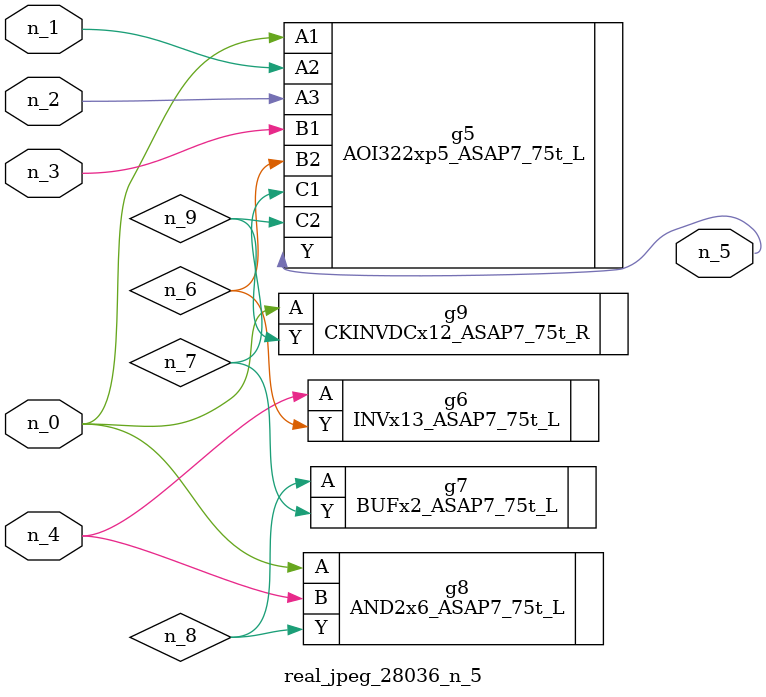
<source format=v>
module real_jpeg_28036_n_5 (n_4, n_0, n_1, n_2, n_3, n_5);

input n_4;
input n_0;
input n_1;
input n_2;
input n_3;

output n_5;

wire n_8;
wire n_6;
wire n_7;
wire n_9;

AOI322xp5_ASAP7_75t_L g5 ( 
.A1(n_0),
.A2(n_1),
.A3(n_2),
.B1(n_3),
.B2(n_6),
.C1(n_7),
.C2(n_9),
.Y(n_5)
);

AND2x6_ASAP7_75t_L g8 ( 
.A(n_0),
.B(n_4),
.Y(n_8)
);

CKINVDCx12_ASAP7_75t_R g9 ( 
.A(n_0),
.Y(n_9)
);

INVx13_ASAP7_75t_L g6 ( 
.A(n_4),
.Y(n_6)
);

BUFx2_ASAP7_75t_L g7 ( 
.A(n_8),
.Y(n_7)
);


endmodule
</source>
